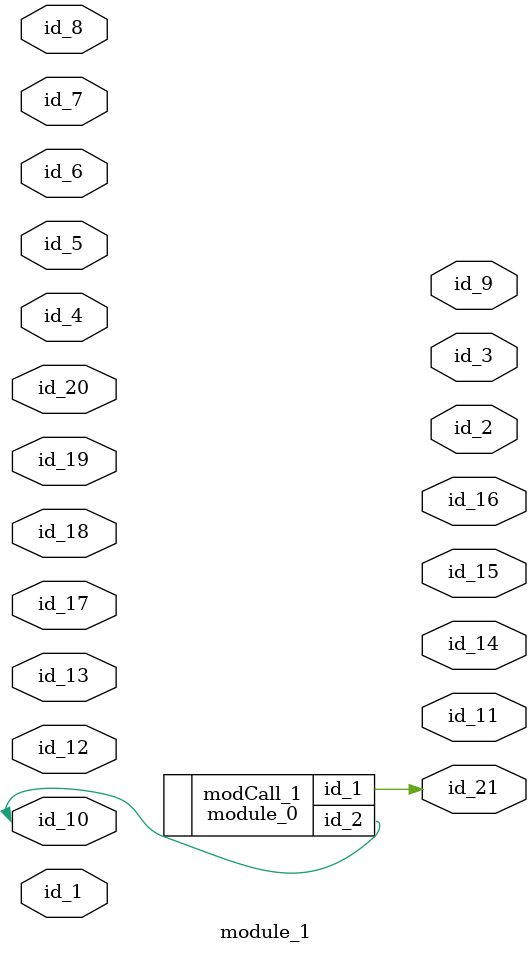
<source format=v>
module module_0 (
    id_1,
    id_2
);
  inout wire id_2;
  output wire id_1;
  generate
    wire id_3;
  endgenerate
endmodule
module module_1 (
    id_1,
    id_2,
    id_3,
    id_4,
    id_5,
    id_6,
    id_7,
    id_8,
    id_9,
    id_10,
    id_11,
    id_12,
    id_13,
    id_14,
    id_15,
    id_16,
    id_17,
    id_18,
    id_19,
    id_20,
    id_21
);
  output wire id_21;
  input wire id_20;
  inout wire id_19;
  inout wire id_18;
  inout wire id_17;
  output wire id_16;
  output wire id_15;
  output wire id_14;
  input wire id_13;
  inout wire id_12;
  output wire id_11;
  inout wire id_10;
  output wire id_9;
  inout wire id_8;
  input wire id_7;
  input wire id_6;
  input wire id_5;
  inout wire id_4;
  module_0 modCall_1 (
      id_21,
      id_10
  );
  output wire id_3;
  output wire id_2;
  inout wire id_1;
  wire id_22;
endmodule

</source>
